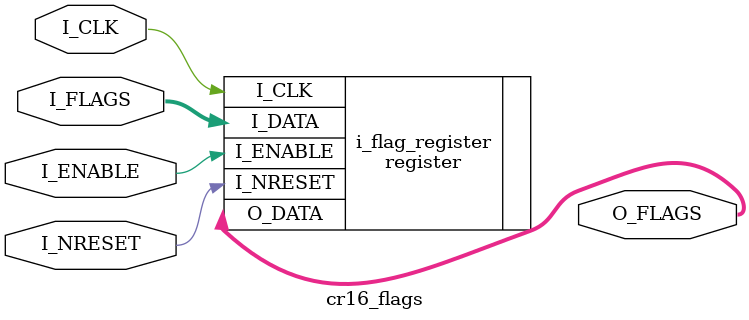
<source format=v>

module cr16_flags #(parameter integer P_FLAG_WIDTH = 5)
       (input wire I_ENABLE,
        input wire I_NRESET,
        input wire I_CLK,
        input wire [P_FLAG_WIDTH - 1 : 0] I_FLAGS,
        output reg [P_FLAG_WIDTH - 1 : 0] O_FLAGS);

register #(.P_WIDTH(P_FLAG_WIDTH))
         i_flag_register
         (.I_ENABLE(I_ENABLE),
          .I_NRESET(I_NRESET),
          .I_CLK(I_CLK),
          .I_DATA(I_FLAGS),
          .O_DATA(O_FLAGS));

endmodule

</source>
